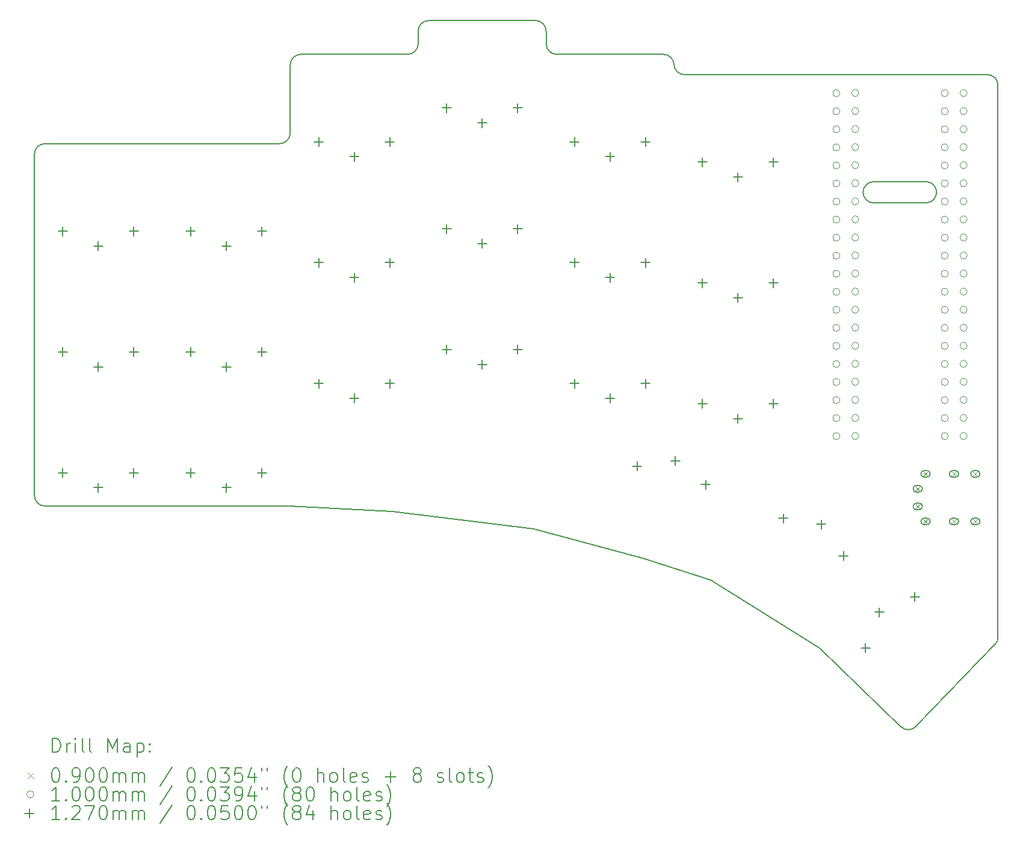
<source format=gbr>
%TF.GenerationSoftware,KiCad,Pcbnew,7.0.5*%
%TF.CreationDate,2023-06-08T16:22:04-03:00*%
%TF.ProjectId,2kalypcb_microcontroller_trrs,326b616c-7970-4636-925f-6d6963726f63,v1.0.0*%
%TF.SameCoordinates,Original*%
%TF.FileFunction,Drillmap*%
%TF.FilePolarity,Positive*%
%FSLAX45Y45*%
G04 Gerber Fmt 4.5, Leading zero omitted, Abs format (unit mm)*
G04 Created by KiCad (PCBNEW 7.0.5) date 2023-06-08 16:22:04*
%MOMM*%
%LPD*%
G01*
G04 APERTURE LIST*
%ADD10C,0.150000*%
%ADD11C,0.200000*%
%ADD12C,0.090000*%
%ADD13C,0.100000*%
%ADD14C,0.127000*%
G04 APERTURE END LIST*
D10*
X8350000Y-1324000D02*
X6850000Y-1324000D01*
X10818157Y-9199189D02*
X12346190Y-10154010D01*
X6850000Y-1324000D02*
G75*
G03*
X6700000Y-1474000I0J-150000D01*
G01*
X4749935Y-3056935D02*
G75*
G03*
X4899935Y-2906935I-5J150005D01*
G01*
X1451000Y-8157000D02*
X4879364Y-8157000D01*
X10299065Y-1935935D02*
G75*
G03*
X10449065Y-2085935I150005J5D01*
G01*
X10299065Y-1935935D02*
G75*
G03*
X10150000Y-1800273I-149065J-14065D01*
G01*
X6549935Y-1799935D02*
X5050000Y-1800000D01*
X13843937Y-3891000D02*
X13109990Y-3891000D01*
X14857102Y-9986000D02*
X14858000Y-9986000D01*
X13843937Y-3890997D02*
G75*
G03*
X13993937Y-3741000I-7J150007D01*
G01*
X13110000Y-3591000D02*
G75*
G03*
X12960000Y-3741000I10J-150010D01*
G01*
X8328955Y-8478018D02*
X9866947Y-8890122D01*
X14858000Y-9986000D02*
X14858000Y-2236000D01*
X4899935Y-2906935D02*
X4900000Y-1950000D01*
X12959990Y-3741000D02*
G75*
G03*
X13109990Y-3891000I150010J10D01*
G01*
X9866947Y-8890122D02*
X10818157Y-9199189D01*
X13492301Y-11260795D02*
G75*
G03*
X13704400Y-11257093I104199J107895D01*
G01*
X8650065Y-1799935D02*
X10150000Y-1800273D01*
X6336358Y-8233358D02*
X8328955Y-8478018D01*
X14815856Y-10106152D02*
G75*
G03*
X14857102Y-9986000I-107916J104202D01*
G01*
X5050000Y-1800000D02*
G75*
G03*
X4900000Y-1950000I5J-150005D01*
G01*
X13110000Y-3591000D02*
X13843947Y-3591000D01*
X14708000Y-2086000D02*
X10449065Y-2085935D01*
X4749935Y-3056935D02*
X1450000Y-3057000D01*
X8500065Y-1649935D02*
G75*
G03*
X8650065Y-1799935I150005J5D01*
G01*
X13704400Y-11257093D02*
X14815854Y-10106150D01*
X1301000Y-8007000D02*
G75*
G03*
X1451000Y-8157000I150005J5D01*
G01*
X8500000Y-1474000D02*
X8500065Y-1649935D01*
X8500000Y-1474000D02*
G75*
G03*
X8350000Y-1324000I-150000J0D01*
G01*
X1301000Y-8007000D02*
X1300000Y-3207000D01*
X14858000Y-2236000D02*
G75*
G03*
X14708000Y-2086000I-150010J-10D01*
G01*
X1450000Y-3057000D02*
G75*
G03*
X1300000Y-3207000I5J-150005D01*
G01*
X13993950Y-3741000D02*
G75*
G03*
X13843947Y-3591000I-150010J-10D01*
G01*
X12346190Y-10154010D02*
X13492301Y-11260796D01*
X6549935Y-1799935D02*
G75*
G03*
X6699935Y-1649935I-5J150005D01*
G01*
X6700000Y-1474000D02*
X6699935Y-1649935D01*
X4879364Y-8157000D02*
X6336358Y-8233358D01*
D11*
D12*
X13684000Y-7867000D02*
X13774000Y-7957000D01*
X13774000Y-7867000D02*
X13684000Y-7957000D01*
D11*
X13749000Y-7867000D02*
X13709000Y-7867000D01*
X13709000Y-7867000D02*
G75*
G03*
X13709000Y-7957000I0J-45000D01*
G01*
X13709000Y-7957000D02*
X13749000Y-7957000D01*
X13749000Y-7957000D02*
G75*
G03*
X13749000Y-7867000I0J45000D01*
G01*
D12*
X13684000Y-8117000D02*
X13774000Y-8207000D01*
X13774000Y-8117000D02*
X13684000Y-8207000D01*
D11*
X13749000Y-8117000D02*
X13709000Y-8117000D01*
X13709000Y-8117000D02*
G75*
G03*
X13709000Y-8207000I0J-45000D01*
G01*
X13709000Y-8207000D02*
X13749000Y-8207000D01*
X13749000Y-8207000D02*
G75*
G03*
X13749000Y-8117000I0J45000D01*
G01*
D12*
X13794000Y-7657000D02*
X13884000Y-7747000D01*
X13884000Y-7657000D02*
X13794000Y-7747000D01*
D11*
X13859000Y-7657000D02*
X13819000Y-7657000D01*
X13819000Y-7657000D02*
G75*
G03*
X13819000Y-7747000I0J-45000D01*
G01*
X13819000Y-7747000D02*
X13859000Y-7747000D01*
X13859000Y-7747000D02*
G75*
G03*
X13859000Y-7657000I0J45000D01*
G01*
D12*
X13794000Y-8327000D02*
X13884000Y-8417000D01*
X13884000Y-8327000D02*
X13794000Y-8417000D01*
D11*
X13859000Y-8327000D02*
X13819000Y-8327000D01*
X13819000Y-8327000D02*
G75*
G03*
X13819000Y-8417000I0J-45000D01*
G01*
X13819000Y-8417000D02*
X13859000Y-8417000D01*
X13859000Y-8417000D02*
G75*
G03*
X13859000Y-8327000I0J45000D01*
G01*
D12*
X14194000Y-7657000D02*
X14284000Y-7747000D01*
X14284000Y-7657000D02*
X14194000Y-7747000D01*
D11*
X14259000Y-7657000D02*
X14219000Y-7657000D01*
X14219000Y-7657000D02*
G75*
G03*
X14219000Y-7747000I0J-45000D01*
G01*
X14219000Y-7747000D02*
X14259000Y-7747000D01*
X14259000Y-7747000D02*
G75*
G03*
X14259000Y-7657000I0J45000D01*
G01*
D12*
X14194000Y-8327000D02*
X14284000Y-8417000D01*
X14284000Y-8327000D02*
X14194000Y-8417000D01*
D11*
X14259000Y-8327000D02*
X14219000Y-8327000D01*
X14219000Y-8327000D02*
G75*
G03*
X14219000Y-8417000I0J-45000D01*
G01*
X14219000Y-8417000D02*
X14259000Y-8417000D01*
X14259000Y-8417000D02*
G75*
G03*
X14259000Y-8327000I0J45000D01*
G01*
D12*
X14494000Y-7657000D02*
X14584000Y-7747000D01*
X14584000Y-7657000D02*
X14494000Y-7747000D01*
D11*
X14559000Y-7657000D02*
X14519000Y-7657000D01*
X14519000Y-7657000D02*
G75*
G03*
X14519000Y-7747000I0J-45000D01*
G01*
X14519000Y-7747000D02*
X14559000Y-7747000D01*
X14559000Y-7747000D02*
G75*
G03*
X14559000Y-7657000I0J45000D01*
G01*
D12*
X14494000Y-8327000D02*
X14584000Y-8417000D01*
X14584000Y-8327000D02*
X14494000Y-8417000D01*
D11*
X14559000Y-8327000D02*
X14519000Y-8327000D01*
X14519000Y-8327000D02*
G75*
G03*
X14519000Y-8417000I0J-45000D01*
G01*
X14519000Y-8417000D02*
X14559000Y-8417000D01*
X14559000Y-8417000D02*
G75*
G03*
X14559000Y-8327000I0J45000D01*
G01*
D13*
X12634000Y-2346000D02*
G75*
G03*
X12634000Y-2346000I-50000J0D01*
G01*
X12634000Y-2600000D02*
G75*
G03*
X12634000Y-2600000I-50000J0D01*
G01*
X12634000Y-2854000D02*
G75*
G03*
X12634000Y-2854000I-50000J0D01*
G01*
X12634000Y-3108000D02*
G75*
G03*
X12634000Y-3108000I-50000J0D01*
G01*
X12634000Y-3362000D02*
G75*
G03*
X12634000Y-3362000I-50000J0D01*
G01*
X12634000Y-3616000D02*
G75*
G03*
X12634000Y-3616000I-50000J0D01*
G01*
X12634000Y-3870000D02*
G75*
G03*
X12634000Y-3870000I-50000J0D01*
G01*
X12634000Y-4124000D02*
G75*
G03*
X12634000Y-4124000I-50000J0D01*
G01*
X12634000Y-4378000D02*
G75*
G03*
X12634000Y-4378000I-50000J0D01*
G01*
X12634000Y-4632000D02*
G75*
G03*
X12634000Y-4632000I-50000J0D01*
G01*
X12634000Y-4886000D02*
G75*
G03*
X12634000Y-4886000I-50000J0D01*
G01*
X12634000Y-5140000D02*
G75*
G03*
X12634000Y-5140000I-50000J0D01*
G01*
X12634000Y-5394000D02*
G75*
G03*
X12634000Y-5394000I-50000J0D01*
G01*
X12634000Y-5648000D02*
G75*
G03*
X12634000Y-5648000I-50000J0D01*
G01*
X12634000Y-5902000D02*
G75*
G03*
X12634000Y-5902000I-50000J0D01*
G01*
X12634000Y-6156000D02*
G75*
G03*
X12634000Y-6156000I-50000J0D01*
G01*
X12634000Y-6410000D02*
G75*
G03*
X12634000Y-6410000I-50000J0D01*
G01*
X12634000Y-6664000D02*
G75*
G03*
X12634000Y-6664000I-50000J0D01*
G01*
X12634000Y-6918000D02*
G75*
G03*
X12634000Y-6918000I-50000J0D01*
G01*
X12634000Y-7172000D02*
G75*
G03*
X12634000Y-7172000I-50000J0D01*
G01*
X12900000Y-2344000D02*
G75*
G03*
X12900000Y-2344000I-50000J0D01*
G01*
X12900000Y-2598000D02*
G75*
G03*
X12900000Y-2598000I-50000J0D01*
G01*
X12900000Y-2852000D02*
G75*
G03*
X12900000Y-2852000I-50000J0D01*
G01*
X12900000Y-3106000D02*
G75*
G03*
X12900000Y-3106000I-50000J0D01*
G01*
X12900000Y-3360000D02*
G75*
G03*
X12900000Y-3360000I-50000J0D01*
G01*
X12900000Y-3614000D02*
G75*
G03*
X12900000Y-3614000I-50000J0D01*
G01*
X12900000Y-3868000D02*
G75*
G03*
X12900000Y-3868000I-50000J0D01*
G01*
X12900000Y-4122000D02*
G75*
G03*
X12900000Y-4122000I-50000J0D01*
G01*
X12900000Y-4376000D02*
G75*
G03*
X12900000Y-4376000I-50000J0D01*
G01*
X12900000Y-4630000D02*
G75*
G03*
X12900000Y-4630000I-50000J0D01*
G01*
X12900000Y-4884000D02*
G75*
G03*
X12900000Y-4884000I-50000J0D01*
G01*
X12900000Y-5138000D02*
G75*
G03*
X12900000Y-5138000I-50000J0D01*
G01*
X12900000Y-5392000D02*
G75*
G03*
X12900000Y-5392000I-50000J0D01*
G01*
X12900000Y-5646000D02*
G75*
G03*
X12900000Y-5646000I-50000J0D01*
G01*
X12900000Y-5900000D02*
G75*
G03*
X12900000Y-5900000I-50000J0D01*
G01*
X12900000Y-6154000D02*
G75*
G03*
X12900000Y-6154000I-50000J0D01*
G01*
X12900000Y-6408000D02*
G75*
G03*
X12900000Y-6408000I-50000J0D01*
G01*
X12900000Y-6662000D02*
G75*
G03*
X12900000Y-6662000I-50000J0D01*
G01*
X12900000Y-6916000D02*
G75*
G03*
X12900000Y-6916000I-50000J0D01*
G01*
X12900000Y-7170000D02*
G75*
G03*
X12900000Y-7170000I-50000J0D01*
G01*
X14158000Y-2346000D02*
G75*
G03*
X14158000Y-2346000I-50000J0D01*
G01*
X14158000Y-2600000D02*
G75*
G03*
X14158000Y-2600000I-50000J0D01*
G01*
X14158000Y-2854000D02*
G75*
G03*
X14158000Y-2854000I-50000J0D01*
G01*
X14158000Y-3108000D02*
G75*
G03*
X14158000Y-3108000I-50000J0D01*
G01*
X14158000Y-3362000D02*
G75*
G03*
X14158000Y-3362000I-50000J0D01*
G01*
X14158000Y-3616000D02*
G75*
G03*
X14158000Y-3616000I-50000J0D01*
G01*
X14158000Y-3870000D02*
G75*
G03*
X14158000Y-3870000I-50000J0D01*
G01*
X14158000Y-4124000D02*
G75*
G03*
X14158000Y-4124000I-50000J0D01*
G01*
X14158000Y-4378000D02*
G75*
G03*
X14158000Y-4378000I-50000J0D01*
G01*
X14158000Y-4632000D02*
G75*
G03*
X14158000Y-4632000I-50000J0D01*
G01*
X14158000Y-4886000D02*
G75*
G03*
X14158000Y-4886000I-50000J0D01*
G01*
X14158000Y-5140000D02*
G75*
G03*
X14158000Y-5140000I-50000J0D01*
G01*
X14158000Y-5394000D02*
G75*
G03*
X14158000Y-5394000I-50000J0D01*
G01*
X14158000Y-5648000D02*
G75*
G03*
X14158000Y-5648000I-50000J0D01*
G01*
X14158000Y-5902000D02*
G75*
G03*
X14158000Y-5902000I-50000J0D01*
G01*
X14158000Y-6156000D02*
G75*
G03*
X14158000Y-6156000I-50000J0D01*
G01*
X14158000Y-6410000D02*
G75*
G03*
X14158000Y-6410000I-50000J0D01*
G01*
X14158000Y-6664000D02*
G75*
G03*
X14158000Y-6664000I-50000J0D01*
G01*
X14158000Y-6918000D02*
G75*
G03*
X14158000Y-6918000I-50000J0D01*
G01*
X14158000Y-7172000D02*
G75*
G03*
X14158000Y-7172000I-50000J0D01*
G01*
X14424000Y-2344000D02*
G75*
G03*
X14424000Y-2344000I-50000J0D01*
G01*
X14424000Y-2598000D02*
G75*
G03*
X14424000Y-2598000I-50000J0D01*
G01*
X14424000Y-2852000D02*
G75*
G03*
X14424000Y-2852000I-50000J0D01*
G01*
X14424000Y-3106000D02*
G75*
G03*
X14424000Y-3106000I-50000J0D01*
G01*
X14424000Y-3360000D02*
G75*
G03*
X14424000Y-3360000I-50000J0D01*
G01*
X14424000Y-3614000D02*
G75*
G03*
X14424000Y-3614000I-50000J0D01*
G01*
X14424000Y-3868000D02*
G75*
G03*
X14424000Y-3868000I-50000J0D01*
G01*
X14424000Y-4122000D02*
G75*
G03*
X14424000Y-4122000I-50000J0D01*
G01*
X14424000Y-4376000D02*
G75*
G03*
X14424000Y-4376000I-50000J0D01*
G01*
X14424000Y-4630000D02*
G75*
G03*
X14424000Y-4630000I-50000J0D01*
G01*
X14424000Y-4884000D02*
G75*
G03*
X14424000Y-4884000I-50000J0D01*
G01*
X14424000Y-5138000D02*
G75*
G03*
X14424000Y-5138000I-50000J0D01*
G01*
X14424000Y-5392000D02*
G75*
G03*
X14424000Y-5392000I-50000J0D01*
G01*
X14424000Y-5646000D02*
G75*
G03*
X14424000Y-5646000I-50000J0D01*
G01*
X14424000Y-5900000D02*
G75*
G03*
X14424000Y-5900000I-50000J0D01*
G01*
X14424000Y-6154000D02*
G75*
G03*
X14424000Y-6154000I-50000J0D01*
G01*
X14424000Y-6408000D02*
G75*
G03*
X14424000Y-6408000I-50000J0D01*
G01*
X14424000Y-6662000D02*
G75*
G03*
X14424000Y-6662000I-50000J0D01*
G01*
X14424000Y-6916000D02*
G75*
G03*
X14424000Y-6916000I-50000J0D01*
G01*
X14424000Y-7170000D02*
G75*
G03*
X14424000Y-7170000I-50000J0D01*
G01*
D14*
X1700000Y-4223500D02*
X1700000Y-4350500D01*
X1636500Y-4287000D02*
X1763500Y-4287000D01*
X1700000Y-5923500D02*
X1700000Y-6050500D01*
X1636500Y-5987000D02*
X1763500Y-5987000D01*
X1700000Y-7623500D02*
X1700000Y-7750500D01*
X1636500Y-7687000D02*
X1763500Y-7687000D01*
X2200000Y-4433500D02*
X2200000Y-4560500D01*
X2136500Y-4497000D02*
X2263500Y-4497000D01*
X2200000Y-4433500D02*
X2200000Y-4560500D01*
X2136500Y-4497000D02*
X2263500Y-4497000D01*
X2200000Y-6133500D02*
X2200000Y-6260500D01*
X2136500Y-6197000D02*
X2263500Y-6197000D01*
X2200000Y-6133500D02*
X2200000Y-6260500D01*
X2136500Y-6197000D02*
X2263500Y-6197000D01*
X2200000Y-7833500D02*
X2200000Y-7960500D01*
X2136500Y-7897000D02*
X2263500Y-7897000D01*
X2200000Y-7833500D02*
X2200000Y-7960500D01*
X2136500Y-7897000D02*
X2263500Y-7897000D01*
X2700000Y-4223500D02*
X2700000Y-4350500D01*
X2636500Y-4287000D02*
X2763500Y-4287000D01*
X2700000Y-5923500D02*
X2700000Y-6050500D01*
X2636500Y-5987000D02*
X2763500Y-5987000D01*
X2700000Y-7623500D02*
X2700000Y-7750500D01*
X2636500Y-7687000D02*
X2763500Y-7687000D01*
X3500000Y-4223500D02*
X3500000Y-4350500D01*
X3436500Y-4287000D02*
X3563500Y-4287000D01*
X3500000Y-5923500D02*
X3500000Y-6050500D01*
X3436500Y-5987000D02*
X3563500Y-5987000D01*
X3500000Y-7623500D02*
X3500000Y-7750500D01*
X3436500Y-7687000D02*
X3563500Y-7687000D01*
X4000000Y-4433500D02*
X4000000Y-4560500D01*
X3936500Y-4497000D02*
X4063500Y-4497000D01*
X4000000Y-4433500D02*
X4000000Y-4560500D01*
X3936500Y-4497000D02*
X4063500Y-4497000D01*
X4000000Y-6133500D02*
X4000000Y-6260500D01*
X3936500Y-6197000D02*
X4063500Y-6197000D01*
X4000000Y-6133500D02*
X4000000Y-6260500D01*
X3936500Y-6197000D02*
X4063500Y-6197000D01*
X4000000Y-7833500D02*
X4000000Y-7960500D01*
X3936500Y-7897000D02*
X4063500Y-7897000D01*
X4000000Y-7833500D02*
X4000000Y-7960500D01*
X3936500Y-7897000D02*
X4063500Y-7897000D01*
X4500000Y-4223500D02*
X4500000Y-4350500D01*
X4436500Y-4287000D02*
X4563500Y-4287000D01*
X4500000Y-5923500D02*
X4500000Y-6050500D01*
X4436500Y-5987000D02*
X4563500Y-5987000D01*
X4500000Y-7623500D02*
X4500000Y-7750500D01*
X4436500Y-7687000D02*
X4563500Y-7687000D01*
X5300000Y-2966500D02*
X5300000Y-3093500D01*
X5236500Y-3030000D02*
X5363500Y-3030000D01*
X5300000Y-4666500D02*
X5300000Y-4793500D01*
X5236500Y-4730000D02*
X5363500Y-4730000D01*
X5300000Y-6366500D02*
X5300000Y-6493500D01*
X5236500Y-6430000D02*
X5363500Y-6430000D01*
X5800000Y-3176500D02*
X5800000Y-3303500D01*
X5736500Y-3240000D02*
X5863500Y-3240000D01*
X5800000Y-3176500D02*
X5800000Y-3303500D01*
X5736500Y-3240000D02*
X5863500Y-3240000D01*
X5800000Y-4876500D02*
X5800000Y-5003500D01*
X5736500Y-4940000D02*
X5863500Y-4940000D01*
X5800000Y-4876500D02*
X5800000Y-5003500D01*
X5736500Y-4940000D02*
X5863500Y-4940000D01*
X5800000Y-6576500D02*
X5800000Y-6703500D01*
X5736500Y-6640000D02*
X5863500Y-6640000D01*
X5800000Y-6576500D02*
X5800000Y-6703500D01*
X5736500Y-6640000D02*
X5863500Y-6640000D01*
X6300000Y-2966500D02*
X6300000Y-3093500D01*
X6236500Y-3030000D02*
X6363500Y-3030000D01*
X6300000Y-4666500D02*
X6300000Y-4793500D01*
X6236500Y-4730000D02*
X6363500Y-4730000D01*
X6300000Y-6366500D02*
X6300000Y-6493500D01*
X6236500Y-6430000D02*
X6363500Y-6430000D01*
X7100000Y-2490500D02*
X7100000Y-2617500D01*
X7036500Y-2554000D02*
X7163500Y-2554000D01*
X7100000Y-4190500D02*
X7100000Y-4317500D01*
X7036500Y-4254000D02*
X7163500Y-4254000D01*
X7100000Y-5890500D02*
X7100000Y-6017500D01*
X7036500Y-5954000D02*
X7163500Y-5954000D01*
X7600000Y-2700500D02*
X7600000Y-2827500D01*
X7536500Y-2764000D02*
X7663500Y-2764000D01*
X7600000Y-2700500D02*
X7600000Y-2827500D01*
X7536500Y-2764000D02*
X7663500Y-2764000D01*
X7600000Y-4400500D02*
X7600000Y-4527500D01*
X7536500Y-4464000D02*
X7663500Y-4464000D01*
X7600000Y-4400500D02*
X7600000Y-4527500D01*
X7536500Y-4464000D02*
X7663500Y-4464000D01*
X7600000Y-6100500D02*
X7600000Y-6227500D01*
X7536500Y-6164000D02*
X7663500Y-6164000D01*
X7600000Y-6100500D02*
X7600000Y-6227500D01*
X7536500Y-6164000D02*
X7663500Y-6164000D01*
X8100000Y-2490500D02*
X8100000Y-2617500D01*
X8036500Y-2554000D02*
X8163500Y-2554000D01*
X8100000Y-4190500D02*
X8100000Y-4317500D01*
X8036500Y-4254000D02*
X8163500Y-4254000D01*
X8100000Y-5890500D02*
X8100000Y-6017500D01*
X8036500Y-5954000D02*
X8163500Y-5954000D01*
X8900000Y-2966500D02*
X8900000Y-3093500D01*
X8836500Y-3030000D02*
X8963500Y-3030000D01*
X8900000Y-4666500D02*
X8900000Y-4793500D01*
X8836500Y-4730000D02*
X8963500Y-4730000D01*
X8900000Y-6366500D02*
X8900000Y-6493500D01*
X8836500Y-6430000D02*
X8963500Y-6430000D01*
X9400000Y-3176500D02*
X9400000Y-3303500D01*
X9336500Y-3240000D02*
X9463500Y-3240000D01*
X9400000Y-3176500D02*
X9400000Y-3303500D01*
X9336500Y-3240000D02*
X9463500Y-3240000D01*
X9400000Y-4876500D02*
X9400000Y-5003500D01*
X9336500Y-4940000D02*
X9463500Y-4940000D01*
X9400000Y-4876500D02*
X9400000Y-5003500D01*
X9336500Y-4940000D02*
X9463500Y-4940000D01*
X9400000Y-6576500D02*
X9400000Y-6703500D01*
X9336500Y-6640000D02*
X9463500Y-6640000D01*
X9400000Y-6576500D02*
X9400000Y-6703500D01*
X9336500Y-6640000D02*
X9463500Y-6640000D01*
X9780388Y-7530039D02*
X9780388Y-7657039D01*
X9716888Y-7593539D02*
X9843888Y-7593539D01*
X9900000Y-2966500D02*
X9900000Y-3093500D01*
X9836500Y-3030000D02*
X9963500Y-3030000D01*
X9900000Y-4666500D02*
X9900000Y-4793500D01*
X9836500Y-4730000D02*
X9963500Y-4730000D01*
X9900000Y-6366500D02*
X9900000Y-6493500D01*
X9836500Y-6430000D02*
X9963500Y-6430000D01*
X10317703Y-7456604D02*
X10317703Y-7583604D01*
X10254203Y-7520104D02*
X10381203Y-7520104D01*
X10317703Y-7456604D02*
X10317703Y-7583604D01*
X10254203Y-7520104D02*
X10381203Y-7520104D01*
X10700000Y-3252500D02*
X10700000Y-3379500D01*
X10636500Y-3316000D02*
X10763500Y-3316000D01*
X10700000Y-4952500D02*
X10700000Y-5079500D01*
X10636500Y-5016000D02*
X10763500Y-5016000D01*
X10700000Y-6652500D02*
X10700000Y-6779500D01*
X10636500Y-6716000D02*
X10763500Y-6716000D01*
X10746314Y-7788858D02*
X10746314Y-7915858D01*
X10682814Y-7852358D02*
X10809814Y-7852358D01*
X11200000Y-3462500D02*
X11200000Y-3589500D01*
X11136500Y-3526000D02*
X11263500Y-3526000D01*
X11200000Y-3462500D02*
X11200000Y-3589500D01*
X11136500Y-3526000D02*
X11263500Y-3526000D01*
X11200000Y-5162500D02*
X11200000Y-5289500D01*
X11136500Y-5226000D02*
X11263500Y-5226000D01*
X11200000Y-5162500D02*
X11200000Y-5289500D01*
X11136500Y-5226000D02*
X11263500Y-5226000D01*
X11200000Y-6862500D02*
X11200000Y-6989500D01*
X11136500Y-6926000D02*
X11263500Y-6926000D01*
X11200000Y-6862500D02*
X11200000Y-6989500D01*
X11136500Y-6926000D02*
X11263500Y-6926000D01*
X11700000Y-3252500D02*
X11700000Y-3379500D01*
X11636500Y-3316000D02*
X11763500Y-3316000D01*
X11700000Y-4952500D02*
X11700000Y-5079500D01*
X11636500Y-5016000D02*
X11763500Y-5016000D01*
X11700000Y-6652500D02*
X11700000Y-6779500D01*
X11636500Y-6716000D02*
X11763500Y-6716000D01*
X11837618Y-8263370D02*
X11837618Y-8390370D01*
X11774118Y-8326870D02*
X11901118Y-8326870D01*
X12372925Y-8350240D02*
X12372925Y-8477240D01*
X12309425Y-8413740D02*
X12436425Y-8413740D01*
X12372925Y-8350240D02*
X12372925Y-8477240D01*
X12309425Y-8413740D02*
X12436425Y-8413740D01*
X12685666Y-8793289D02*
X12685666Y-8920289D01*
X12622166Y-8856789D02*
X12749166Y-8856789D01*
X12992043Y-10088629D02*
X12992043Y-10215629D01*
X12928543Y-10152129D02*
X13055543Y-10152129D01*
X13188311Y-9583081D02*
X13188311Y-9710081D01*
X13124811Y-9646581D02*
X13251811Y-9646581D01*
X13188311Y-9583081D02*
X13188311Y-9710081D01*
X13124811Y-9646581D02*
X13251811Y-9646581D01*
X13686701Y-9369289D02*
X13686701Y-9496289D01*
X13623201Y-9432789D02*
X13750201Y-9432789D01*
D11*
X1553277Y-11621879D02*
X1553277Y-11421879D01*
X1553277Y-11421879D02*
X1600896Y-11421879D01*
X1600896Y-11421879D02*
X1629467Y-11431403D01*
X1629467Y-11431403D02*
X1648515Y-11450451D01*
X1648515Y-11450451D02*
X1658039Y-11469498D01*
X1658039Y-11469498D02*
X1667562Y-11507594D01*
X1667562Y-11507594D02*
X1667562Y-11536165D01*
X1667562Y-11536165D02*
X1658039Y-11574260D01*
X1658039Y-11574260D02*
X1648515Y-11593308D01*
X1648515Y-11593308D02*
X1629467Y-11612356D01*
X1629467Y-11612356D02*
X1600896Y-11621879D01*
X1600896Y-11621879D02*
X1553277Y-11621879D01*
X1753277Y-11621879D02*
X1753277Y-11488546D01*
X1753277Y-11526641D02*
X1762801Y-11507594D01*
X1762801Y-11507594D02*
X1772324Y-11498070D01*
X1772324Y-11498070D02*
X1791372Y-11488546D01*
X1791372Y-11488546D02*
X1810420Y-11488546D01*
X1877086Y-11621879D02*
X1877086Y-11488546D01*
X1877086Y-11421879D02*
X1867562Y-11431403D01*
X1867562Y-11431403D02*
X1877086Y-11440927D01*
X1877086Y-11440927D02*
X1886610Y-11431403D01*
X1886610Y-11431403D02*
X1877086Y-11421879D01*
X1877086Y-11421879D02*
X1877086Y-11440927D01*
X2000896Y-11621879D02*
X1981848Y-11612356D01*
X1981848Y-11612356D02*
X1972324Y-11593308D01*
X1972324Y-11593308D02*
X1972324Y-11421879D01*
X2105658Y-11621879D02*
X2086610Y-11612356D01*
X2086610Y-11612356D02*
X2077086Y-11593308D01*
X2077086Y-11593308D02*
X2077086Y-11421879D01*
X2334229Y-11621879D02*
X2334229Y-11421879D01*
X2334229Y-11421879D02*
X2400896Y-11564737D01*
X2400896Y-11564737D02*
X2467563Y-11421879D01*
X2467563Y-11421879D02*
X2467563Y-11621879D01*
X2648515Y-11621879D02*
X2648515Y-11517118D01*
X2648515Y-11517118D02*
X2638991Y-11498070D01*
X2638991Y-11498070D02*
X2619944Y-11488546D01*
X2619944Y-11488546D02*
X2581848Y-11488546D01*
X2581848Y-11488546D02*
X2562801Y-11498070D01*
X2648515Y-11612356D02*
X2629467Y-11621879D01*
X2629467Y-11621879D02*
X2581848Y-11621879D01*
X2581848Y-11621879D02*
X2562801Y-11612356D01*
X2562801Y-11612356D02*
X2553277Y-11593308D01*
X2553277Y-11593308D02*
X2553277Y-11574260D01*
X2553277Y-11574260D02*
X2562801Y-11555213D01*
X2562801Y-11555213D02*
X2581848Y-11545689D01*
X2581848Y-11545689D02*
X2629467Y-11545689D01*
X2629467Y-11545689D02*
X2648515Y-11536165D01*
X2743753Y-11488546D02*
X2743753Y-11688546D01*
X2743753Y-11498070D02*
X2762801Y-11488546D01*
X2762801Y-11488546D02*
X2800896Y-11488546D01*
X2800896Y-11488546D02*
X2819943Y-11498070D01*
X2819943Y-11498070D02*
X2829467Y-11507594D01*
X2829467Y-11507594D02*
X2838991Y-11526641D01*
X2838991Y-11526641D02*
X2838991Y-11583784D01*
X2838991Y-11583784D02*
X2829467Y-11602832D01*
X2829467Y-11602832D02*
X2819943Y-11612356D01*
X2819943Y-11612356D02*
X2800896Y-11621879D01*
X2800896Y-11621879D02*
X2762801Y-11621879D01*
X2762801Y-11621879D02*
X2743753Y-11612356D01*
X2924705Y-11602832D02*
X2934229Y-11612356D01*
X2934229Y-11612356D02*
X2924705Y-11621879D01*
X2924705Y-11621879D02*
X2915182Y-11612356D01*
X2915182Y-11612356D02*
X2924705Y-11602832D01*
X2924705Y-11602832D02*
X2924705Y-11621879D01*
X2924705Y-11498070D02*
X2934229Y-11507594D01*
X2934229Y-11507594D02*
X2924705Y-11517118D01*
X2924705Y-11517118D02*
X2915182Y-11507594D01*
X2915182Y-11507594D02*
X2924705Y-11498070D01*
X2924705Y-11498070D02*
X2924705Y-11517118D01*
D12*
X1202500Y-11905396D02*
X1292500Y-11995396D01*
X1292500Y-11905396D02*
X1202500Y-11995396D01*
D11*
X1591372Y-11841879D02*
X1610420Y-11841879D01*
X1610420Y-11841879D02*
X1629467Y-11851403D01*
X1629467Y-11851403D02*
X1638991Y-11860927D01*
X1638991Y-11860927D02*
X1648515Y-11879975D01*
X1648515Y-11879975D02*
X1658039Y-11918070D01*
X1658039Y-11918070D02*
X1658039Y-11965689D01*
X1658039Y-11965689D02*
X1648515Y-12003784D01*
X1648515Y-12003784D02*
X1638991Y-12022832D01*
X1638991Y-12022832D02*
X1629467Y-12032356D01*
X1629467Y-12032356D02*
X1610420Y-12041879D01*
X1610420Y-12041879D02*
X1591372Y-12041879D01*
X1591372Y-12041879D02*
X1572324Y-12032356D01*
X1572324Y-12032356D02*
X1562801Y-12022832D01*
X1562801Y-12022832D02*
X1553277Y-12003784D01*
X1553277Y-12003784D02*
X1543753Y-11965689D01*
X1543753Y-11965689D02*
X1543753Y-11918070D01*
X1543753Y-11918070D02*
X1553277Y-11879975D01*
X1553277Y-11879975D02*
X1562801Y-11860927D01*
X1562801Y-11860927D02*
X1572324Y-11851403D01*
X1572324Y-11851403D02*
X1591372Y-11841879D01*
X1743753Y-12022832D02*
X1753277Y-12032356D01*
X1753277Y-12032356D02*
X1743753Y-12041879D01*
X1743753Y-12041879D02*
X1734229Y-12032356D01*
X1734229Y-12032356D02*
X1743753Y-12022832D01*
X1743753Y-12022832D02*
X1743753Y-12041879D01*
X1848515Y-12041879D02*
X1886610Y-12041879D01*
X1886610Y-12041879D02*
X1905658Y-12032356D01*
X1905658Y-12032356D02*
X1915182Y-12022832D01*
X1915182Y-12022832D02*
X1934229Y-11994260D01*
X1934229Y-11994260D02*
X1943753Y-11956165D01*
X1943753Y-11956165D02*
X1943753Y-11879975D01*
X1943753Y-11879975D02*
X1934229Y-11860927D01*
X1934229Y-11860927D02*
X1924705Y-11851403D01*
X1924705Y-11851403D02*
X1905658Y-11841879D01*
X1905658Y-11841879D02*
X1867562Y-11841879D01*
X1867562Y-11841879D02*
X1848515Y-11851403D01*
X1848515Y-11851403D02*
X1838991Y-11860927D01*
X1838991Y-11860927D02*
X1829467Y-11879975D01*
X1829467Y-11879975D02*
X1829467Y-11927594D01*
X1829467Y-11927594D02*
X1838991Y-11946641D01*
X1838991Y-11946641D02*
X1848515Y-11956165D01*
X1848515Y-11956165D02*
X1867562Y-11965689D01*
X1867562Y-11965689D02*
X1905658Y-11965689D01*
X1905658Y-11965689D02*
X1924705Y-11956165D01*
X1924705Y-11956165D02*
X1934229Y-11946641D01*
X1934229Y-11946641D02*
X1943753Y-11927594D01*
X2067562Y-11841879D02*
X2086610Y-11841879D01*
X2086610Y-11841879D02*
X2105658Y-11851403D01*
X2105658Y-11851403D02*
X2115182Y-11860927D01*
X2115182Y-11860927D02*
X2124705Y-11879975D01*
X2124705Y-11879975D02*
X2134229Y-11918070D01*
X2134229Y-11918070D02*
X2134229Y-11965689D01*
X2134229Y-11965689D02*
X2124705Y-12003784D01*
X2124705Y-12003784D02*
X2115182Y-12022832D01*
X2115182Y-12022832D02*
X2105658Y-12032356D01*
X2105658Y-12032356D02*
X2086610Y-12041879D01*
X2086610Y-12041879D02*
X2067562Y-12041879D01*
X2067562Y-12041879D02*
X2048515Y-12032356D01*
X2048515Y-12032356D02*
X2038991Y-12022832D01*
X2038991Y-12022832D02*
X2029467Y-12003784D01*
X2029467Y-12003784D02*
X2019943Y-11965689D01*
X2019943Y-11965689D02*
X2019943Y-11918070D01*
X2019943Y-11918070D02*
X2029467Y-11879975D01*
X2029467Y-11879975D02*
X2038991Y-11860927D01*
X2038991Y-11860927D02*
X2048515Y-11851403D01*
X2048515Y-11851403D02*
X2067562Y-11841879D01*
X2258039Y-11841879D02*
X2277086Y-11841879D01*
X2277086Y-11841879D02*
X2296134Y-11851403D01*
X2296134Y-11851403D02*
X2305658Y-11860927D01*
X2305658Y-11860927D02*
X2315182Y-11879975D01*
X2315182Y-11879975D02*
X2324705Y-11918070D01*
X2324705Y-11918070D02*
X2324705Y-11965689D01*
X2324705Y-11965689D02*
X2315182Y-12003784D01*
X2315182Y-12003784D02*
X2305658Y-12022832D01*
X2305658Y-12022832D02*
X2296134Y-12032356D01*
X2296134Y-12032356D02*
X2277086Y-12041879D01*
X2277086Y-12041879D02*
X2258039Y-12041879D01*
X2258039Y-12041879D02*
X2238991Y-12032356D01*
X2238991Y-12032356D02*
X2229467Y-12022832D01*
X2229467Y-12022832D02*
X2219944Y-12003784D01*
X2219944Y-12003784D02*
X2210420Y-11965689D01*
X2210420Y-11965689D02*
X2210420Y-11918070D01*
X2210420Y-11918070D02*
X2219944Y-11879975D01*
X2219944Y-11879975D02*
X2229467Y-11860927D01*
X2229467Y-11860927D02*
X2238991Y-11851403D01*
X2238991Y-11851403D02*
X2258039Y-11841879D01*
X2410420Y-12041879D02*
X2410420Y-11908546D01*
X2410420Y-11927594D02*
X2419944Y-11918070D01*
X2419944Y-11918070D02*
X2438991Y-11908546D01*
X2438991Y-11908546D02*
X2467563Y-11908546D01*
X2467563Y-11908546D02*
X2486610Y-11918070D01*
X2486610Y-11918070D02*
X2496134Y-11937118D01*
X2496134Y-11937118D02*
X2496134Y-12041879D01*
X2496134Y-11937118D02*
X2505658Y-11918070D01*
X2505658Y-11918070D02*
X2524705Y-11908546D01*
X2524705Y-11908546D02*
X2553277Y-11908546D01*
X2553277Y-11908546D02*
X2572325Y-11918070D01*
X2572325Y-11918070D02*
X2581848Y-11937118D01*
X2581848Y-11937118D02*
X2581848Y-12041879D01*
X2677086Y-12041879D02*
X2677086Y-11908546D01*
X2677086Y-11927594D02*
X2686610Y-11918070D01*
X2686610Y-11918070D02*
X2705658Y-11908546D01*
X2705658Y-11908546D02*
X2734229Y-11908546D01*
X2734229Y-11908546D02*
X2753277Y-11918070D01*
X2753277Y-11918070D02*
X2762801Y-11937118D01*
X2762801Y-11937118D02*
X2762801Y-12041879D01*
X2762801Y-11937118D02*
X2772325Y-11918070D01*
X2772325Y-11918070D02*
X2791372Y-11908546D01*
X2791372Y-11908546D02*
X2819943Y-11908546D01*
X2819943Y-11908546D02*
X2838991Y-11918070D01*
X2838991Y-11918070D02*
X2848515Y-11937118D01*
X2848515Y-11937118D02*
X2848515Y-12041879D01*
X3238991Y-11832356D02*
X3067563Y-12089498D01*
X3496134Y-11841879D02*
X3515182Y-11841879D01*
X3515182Y-11841879D02*
X3534229Y-11851403D01*
X3534229Y-11851403D02*
X3543753Y-11860927D01*
X3543753Y-11860927D02*
X3553277Y-11879975D01*
X3553277Y-11879975D02*
X3562801Y-11918070D01*
X3562801Y-11918070D02*
X3562801Y-11965689D01*
X3562801Y-11965689D02*
X3553277Y-12003784D01*
X3553277Y-12003784D02*
X3543753Y-12022832D01*
X3543753Y-12022832D02*
X3534229Y-12032356D01*
X3534229Y-12032356D02*
X3515182Y-12041879D01*
X3515182Y-12041879D02*
X3496134Y-12041879D01*
X3496134Y-12041879D02*
X3477086Y-12032356D01*
X3477086Y-12032356D02*
X3467563Y-12022832D01*
X3467563Y-12022832D02*
X3458039Y-12003784D01*
X3458039Y-12003784D02*
X3448515Y-11965689D01*
X3448515Y-11965689D02*
X3448515Y-11918070D01*
X3448515Y-11918070D02*
X3458039Y-11879975D01*
X3458039Y-11879975D02*
X3467563Y-11860927D01*
X3467563Y-11860927D02*
X3477086Y-11851403D01*
X3477086Y-11851403D02*
X3496134Y-11841879D01*
X3648515Y-12022832D02*
X3658039Y-12032356D01*
X3658039Y-12032356D02*
X3648515Y-12041879D01*
X3648515Y-12041879D02*
X3638991Y-12032356D01*
X3638991Y-12032356D02*
X3648515Y-12022832D01*
X3648515Y-12022832D02*
X3648515Y-12041879D01*
X3781848Y-11841879D02*
X3800896Y-11841879D01*
X3800896Y-11841879D02*
X3819944Y-11851403D01*
X3819944Y-11851403D02*
X3829467Y-11860927D01*
X3829467Y-11860927D02*
X3838991Y-11879975D01*
X3838991Y-11879975D02*
X3848515Y-11918070D01*
X3848515Y-11918070D02*
X3848515Y-11965689D01*
X3848515Y-11965689D02*
X3838991Y-12003784D01*
X3838991Y-12003784D02*
X3829467Y-12022832D01*
X3829467Y-12022832D02*
X3819944Y-12032356D01*
X3819944Y-12032356D02*
X3800896Y-12041879D01*
X3800896Y-12041879D02*
X3781848Y-12041879D01*
X3781848Y-12041879D02*
X3762801Y-12032356D01*
X3762801Y-12032356D02*
X3753277Y-12022832D01*
X3753277Y-12022832D02*
X3743753Y-12003784D01*
X3743753Y-12003784D02*
X3734229Y-11965689D01*
X3734229Y-11965689D02*
X3734229Y-11918070D01*
X3734229Y-11918070D02*
X3743753Y-11879975D01*
X3743753Y-11879975D02*
X3753277Y-11860927D01*
X3753277Y-11860927D02*
X3762801Y-11851403D01*
X3762801Y-11851403D02*
X3781848Y-11841879D01*
X3915182Y-11841879D02*
X4038991Y-11841879D01*
X4038991Y-11841879D02*
X3972325Y-11918070D01*
X3972325Y-11918070D02*
X4000896Y-11918070D01*
X4000896Y-11918070D02*
X4019944Y-11927594D01*
X4019944Y-11927594D02*
X4029467Y-11937118D01*
X4029467Y-11937118D02*
X4038991Y-11956165D01*
X4038991Y-11956165D02*
X4038991Y-12003784D01*
X4038991Y-12003784D02*
X4029467Y-12022832D01*
X4029467Y-12022832D02*
X4019944Y-12032356D01*
X4019944Y-12032356D02*
X4000896Y-12041879D01*
X4000896Y-12041879D02*
X3943753Y-12041879D01*
X3943753Y-12041879D02*
X3924706Y-12032356D01*
X3924706Y-12032356D02*
X3915182Y-12022832D01*
X4219944Y-11841879D02*
X4124706Y-11841879D01*
X4124706Y-11841879D02*
X4115182Y-11937118D01*
X4115182Y-11937118D02*
X4124706Y-11927594D01*
X4124706Y-11927594D02*
X4143753Y-11918070D01*
X4143753Y-11918070D02*
X4191372Y-11918070D01*
X4191372Y-11918070D02*
X4210420Y-11927594D01*
X4210420Y-11927594D02*
X4219944Y-11937118D01*
X4219944Y-11937118D02*
X4229468Y-11956165D01*
X4229468Y-11956165D02*
X4229468Y-12003784D01*
X4229468Y-12003784D02*
X4219944Y-12022832D01*
X4219944Y-12022832D02*
X4210420Y-12032356D01*
X4210420Y-12032356D02*
X4191372Y-12041879D01*
X4191372Y-12041879D02*
X4143753Y-12041879D01*
X4143753Y-12041879D02*
X4124706Y-12032356D01*
X4124706Y-12032356D02*
X4115182Y-12022832D01*
X4400896Y-11908546D02*
X4400896Y-12041879D01*
X4353277Y-11832356D02*
X4305658Y-11975213D01*
X4305658Y-11975213D02*
X4429468Y-11975213D01*
X4496134Y-11841879D02*
X4496134Y-11879975D01*
X4572325Y-11841879D02*
X4572325Y-11879975D01*
X4867563Y-12118070D02*
X4858039Y-12108546D01*
X4858039Y-12108546D02*
X4838991Y-12079975D01*
X4838991Y-12079975D02*
X4829468Y-12060927D01*
X4829468Y-12060927D02*
X4819944Y-12032356D01*
X4819944Y-12032356D02*
X4810420Y-11984737D01*
X4810420Y-11984737D02*
X4810420Y-11946641D01*
X4810420Y-11946641D02*
X4819944Y-11899022D01*
X4819944Y-11899022D02*
X4829468Y-11870451D01*
X4829468Y-11870451D02*
X4838991Y-11851403D01*
X4838991Y-11851403D02*
X4858039Y-11822832D01*
X4858039Y-11822832D02*
X4867563Y-11813308D01*
X4981849Y-11841879D02*
X5000896Y-11841879D01*
X5000896Y-11841879D02*
X5019944Y-11851403D01*
X5019944Y-11851403D02*
X5029468Y-11860927D01*
X5029468Y-11860927D02*
X5038991Y-11879975D01*
X5038991Y-11879975D02*
X5048515Y-11918070D01*
X5048515Y-11918070D02*
X5048515Y-11965689D01*
X5048515Y-11965689D02*
X5038991Y-12003784D01*
X5038991Y-12003784D02*
X5029468Y-12022832D01*
X5029468Y-12022832D02*
X5019944Y-12032356D01*
X5019944Y-12032356D02*
X5000896Y-12041879D01*
X5000896Y-12041879D02*
X4981849Y-12041879D01*
X4981849Y-12041879D02*
X4962801Y-12032356D01*
X4962801Y-12032356D02*
X4953277Y-12022832D01*
X4953277Y-12022832D02*
X4943753Y-12003784D01*
X4943753Y-12003784D02*
X4934230Y-11965689D01*
X4934230Y-11965689D02*
X4934230Y-11918070D01*
X4934230Y-11918070D02*
X4943753Y-11879975D01*
X4943753Y-11879975D02*
X4953277Y-11860927D01*
X4953277Y-11860927D02*
X4962801Y-11851403D01*
X4962801Y-11851403D02*
X4981849Y-11841879D01*
X5286611Y-12041879D02*
X5286611Y-11841879D01*
X5372325Y-12041879D02*
X5372325Y-11937118D01*
X5372325Y-11937118D02*
X5362801Y-11918070D01*
X5362801Y-11918070D02*
X5343753Y-11908546D01*
X5343753Y-11908546D02*
X5315182Y-11908546D01*
X5315182Y-11908546D02*
X5296134Y-11918070D01*
X5296134Y-11918070D02*
X5286611Y-11927594D01*
X5496134Y-12041879D02*
X5477087Y-12032356D01*
X5477087Y-12032356D02*
X5467563Y-12022832D01*
X5467563Y-12022832D02*
X5458039Y-12003784D01*
X5458039Y-12003784D02*
X5458039Y-11946641D01*
X5458039Y-11946641D02*
X5467563Y-11927594D01*
X5467563Y-11927594D02*
X5477087Y-11918070D01*
X5477087Y-11918070D02*
X5496134Y-11908546D01*
X5496134Y-11908546D02*
X5524706Y-11908546D01*
X5524706Y-11908546D02*
X5543753Y-11918070D01*
X5543753Y-11918070D02*
X5553277Y-11927594D01*
X5553277Y-11927594D02*
X5562801Y-11946641D01*
X5562801Y-11946641D02*
X5562801Y-12003784D01*
X5562801Y-12003784D02*
X5553277Y-12022832D01*
X5553277Y-12022832D02*
X5543753Y-12032356D01*
X5543753Y-12032356D02*
X5524706Y-12041879D01*
X5524706Y-12041879D02*
X5496134Y-12041879D01*
X5677087Y-12041879D02*
X5658039Y-12032356D01*
X5658039Y-12032356D02*
X5648515Y-12013308D01*
X5648515Y-12013308D02*
X5648515Y-11841879D01*
X5829468Y-12032356D02*
X5810420Y-12041879D01*
X5810420Y-12041879D02*
X5772325Y-12041879D01*
X5772325Y-12041879D02*
X5753277Y-12032356D01*
X5753277Y-12032356D02*
X5743753Y-12013308D01*
X5743753Y-12013308D02*
X5743753Y-11937118D01*
X5743753Y-11937118D02*
X5753277Y-11918070D01*
X5753277Y-11918070D02*
X5772325Y-11908546D01*
X5772325Y-11908546D02*
X5810420Y-11908546D01*
X5810420Y-11908546D02*
X5829468Y-11918070D01*
X5829468Y-11918070D02*
X5838991Y-11937118D01*
X5838991Y-11937118D02*
X5838991Y-11956165D01*
X5838991Y-11956165D02*
X5743753Y-11975213D01*
X5915182Y-12032356D02*
X5934230Y-12041879D01*
X5934230Y-12041879D02*
X5972325Y-12041879D01*
X5972325Y-12041879D02*
X5991372Y-12032356D01*
X5991372Y-12032356D02*
X6000896Y-12013308D01*
X6000896Y-12013308D02*
X6000896Y-12003784D01*
X6000896Y-12003784D02*
X5991372Y-11984737D01*
X5991372Y-11984737D02*
X5972325Y-11975213D01*
X5972325Y-11975213D02*
X5943753Y-11975213D01*
X5943753Y-11975213D02*
X5924706Y-11965689D01*
X5924706Y-11965689D02*
X5915182Y-11946641D01*
X5915182Y-11946641D02*
X5915182Y-11937118D01*
X5915182Y-11937118D02*
X5924706Y-11918070D01*
X5924706Y-11918070D02*
X5943753Y-11908546D01*
X5943753Y-11908546D02*
X5972325Y-11908546D01*
X5972325Y-11908546D02*
X5991372Y-11918070D01*
X6238992Y-11965689D02*
X6391373Y-11965689D01*
X6315182Y-12041879D02*
X6315182Y-11889498D01*
X6667563Y-11927594D02*
X6648515Y-11918070D01*
X6648515Y-11918070D02*
X6638992Y-11908546D01*
X6638992Y-11908546D02*
X6629468Y-11889498D01*
X6629468Y-11889498D02*
X6629468Y-11879975D01*
X6629468Y-11879975D02*
X6638992Y-11860927D01*
X6638992Y-11860927D02*
X6648515Y-11851403D01*
X6648515Y-11851403D02*
X6667563Y-11841879D01*
X6667563Y-11841879D02*
X6705658Y-11841879D01*
X6705658Y-11841879D02*
X6724706Y-11851403D01*
X6724706Y-11851403D02*
X6734230Y-11860927D01*
X6734230Y-11860927D02*
X6743753Y-11879975D01*
X6743753Y-11879975D02*
X6743753Y-11889498D01*
X6743753Y-11889498D02*
X6734230Y-11908546D01*
X6734230Y-11908546D02*
X6724706Y-11918070D01*
X6724706Y-11918070D02*
X6705658Y-11927594D01*
X6705658Y-11927594D02*
X6667563Y-11927594D01*
X6667563Y-11927594D02*
X6648515Y-11937118D01*
X6648515Y-11937118D02*
X6638992Y-11946641D01*
X6638992Y-11946641D02*
X6629468Y-11965689D01*
X6629468Y-11965689D02*
X6629468Y-12003784D01*
X6629468Y-12003784D02*
X6638992Y-12022832D01*
X6638992Y-12022832D02*
X6648515Y-12032356D01*
X6648515Y-12032356D02*
X6667563Y-12041879D01*
X6667563Y-12041879D02*
X6705658Y-12041879D01*
X6705658Y-12041879D02*
X6724706Y-12032356D01*
X6724706Y-12032356D02*
X6734230Y-12022832D01*
X6734230Y-12022832D02*
X6743753Y-12003784D01*
X6743753Y-12003784D02*
X6743753Y-11965689D01*
X6743753Y-11965689D02*
X6734230Y-11946641D01*
X6734230Y-11946641D02*
X6724706Y-11937118D01*
X6724706Y-11937118D02*
X6705658Y-11927594D01*
X6972325Y-12032356D02*
X6991373Y-12041879D01*
X6991373Y-12041879D02*
X7029468Y-12041879D01*
X7029468Y-12041879D02*
X7048515Y-12032356D01*
X7048515Y-12032356D02*
X7058039Y-12013308D01*
X7058039Y-12013308D02*
X7058039Y-12003784D01*
X7058039Y-12003784D02*
X7048515Y-11984737D01*
X7048515Y-11984737D02*
X7029468Y-11975213D01*
X7029468Y-11975213D02*
X7000896Y-11975213D01*
X7000896Y-11975213D02*
X6981849Y-11965689D01*
X6981849Y-11965689D02*
X6972325Y-11946641D01*
X6972325Y-11946641D02*
X6972325Y-11937118D01*
X6972325Y-11937118D02*
X6981849Y-11918070D01*
X6981849Y-11918070D02*
X7000896Y-11908546D01*
X7000896Y-11908546D02*
X7029468Y-11908546D01*
X7029468Y-11908546D02*
X7048515Y-11918070D01*
X7172325Y-12041879D02*
X7153277Y-12032356D01*
X7153277Y-12032356D02*
X7143754Y-12013308D01*
X7143754Y-12013308D02*
X7143754Y-11841879D01*
X7277087Y-12041879D02*
X7258039Y-12032356D01*
X7258039Y-12032356D02*
X7248515Y-12022832D01*
X7248515Y-12022832D02*
X7238992Y-12003784D01*
X7238992Y-12003784D02*
X7238992Y-11946641D01*
X7238992Y-11946641D02*
X7248515Y-11927594D01*
X7248515Y-11927594D02*
X7258039Y-11918070D01*
X7258039Y-11918070D02*
X7277087Y-11908546D01*
X7277087Y-11908546D02*
X7305658Y-11908546D01*
X7305658Y-11908546D02*
X7324706Y-11918070D01*
X7324706Y-11918070D02*
X7334230Y-11927594D01*
X7334230Y-11927594D02*
X7343754Y-11946641D01*
X7343754Y-11946641D02*
X7343754Y-12003784D01*
X7343754Y-12003784D02*
X7334230Y-12022832D01*
X7334230Y-12022832D02*
X7324706Y-12032356D01*
X7324706Y-12032356D02*
X7305658Y-12041879D01*
X7305658Y-12041879D02*
X7277087Y-12041879D01*
X7400896Y-11908546D02*
X7477087Y-11908546D01*
X7429468Y-11841879D02*
X7429468Y-12013308D01*
X7429468Y-12013308D02*
X7438992Y-12032356D01*
X7438992Y-12032356D02*
X7458039Y-12041879D01*
X7458039Y-12041879D02*
X7477087Y-12041879D01*
X7534230Y-12032356D02*
X7553277Y-12041879D01*
X7553277Y-12041879D02*
X7591373Y-12041879D01*
X7591373Y-12041879D02*
X7610420Y-12032356D01*
X7610420Y-12032356D02*
X7619944Y-12013308D01*
X7619944Y-12013308D02*
X7619944Y-12003784D01*
X7619944Y-12003784D02*
X7610420Y-11984737D01*
X7610420Y-11984737D02*
X7591373Y-11975213D01*
X7591373Y-11975213D02*
X7562801Y-11975213D01*
X7562801Y-11975213D02*
X7543754Y-11965689D01*
X7543754Y-11965689D02*
X7534230Y-11946641D01*
X7534230Y-11946641D02*
X7534230Y-11937118D01*
X7534230Y-11937118D02*
X7543754Y-11918070D01*
X7543754Y-11918070D02*
X7562801Y-11908546D01*
X7562801Y-11908546D02*
X7591373Y-11908546D01*
X7591373Y-11908546D02*
X7610420Y-11918070D01*
X7686611Y-12118070D02*
X7696135Y-12108546D01*
X7696135Y-12108546D02*
X7715182Y-12079975D01*
X7715182Y-12079975D02*
X7724706Y-12060927D01*
X7724706Y-12060927D02*
X7734230Y-12032356D01*
X7734230Y-12032356D02*
X7743754Y-11984737D01*
X7743754Y-11984737D02*
X7743754Y-11946641D01*
X7743754Y-11946641D02*
X7734230Y-11899022D01*
X7734230Y-11899022D02*
X7724706Y-11870451D01*
X7724706Y-11870451D02*
X7715182Y-11851403D01*
X7715182Y-11851403D02*
X7696135Y-11822832D01*
X7696135Y-11822832D02*
X7686611Y-11813308D01*
D13*
X1292500Y-12214396D02*
G75*
G03*
X1292500Y-12214396I-50000J0D01*
G01*
D11*
X1658039Y-12305879D02*
X1543753Y-12305879D01*
X1600896Y-12305879D02*
X1600896Y-12105879D01*
X1600896Y-12105879D02*
X1581848Y-12134451D01*
X1581848Y-12134451D02*
X1562801Y-12153498D01*
X1562801Y-12153498D02*
X1543753Y-12163022D01*
X1743753Y-12286832D02*
X1753277Y-12296356D01*
X1753277Y-12296356D02*
X1743753Y-12305879D01*
X1743753Y-12305879D02*
X1734229Y-12296356D01*
X1734229Y-12296356D02*
X1743753Y-12286832D01*
X1743753Y-12286832D02*
X1743753Y-12305879D01*
X1877086Y-12105879D02*
X1896134Y-12105879D01*
X1896134Y-12105879D02*
X1915182Y-12115403D01*
X1915182Y-12115403D02*
X1924705Y-12124927D01*
X1924705Y-12124927D02*
X1934229Y-12143975D01*
X1934229Y-12143975D02*
X1943753Y-12182070D01*
X1943753Y-12182070D02*
X1943753Y-12229689D01*
X1943753Y-12229689D02*
X1934229Y-12267784D01*
X1934229Y-12267784D02*
X1924705Y-12286832D01*
X1924705Y-12286832D02*
X1915182Y-12296356D01*
X1915182Y-12296356D02*
X1896134Y-12305879D01*
X1896134Y-12305879D02*
X1877086Y-12305879D01*
X1877086Y-12305879D02*
X1858039Y-12296356D01*
X1858039Y-12296356D02*
X1848515Y-12286832D01*
X1848515Y-12286832D02*
X1838991Y-12267784D01*
X1838991Y-12267784D02*
X1829467Y-12229689D01*
X1829467Y-12229689D02*
X1829467Y-12182070D01*
X1829467Y-12182070D02*
X1838991Y-12143975D01*
X1838991Y-12143975D02*
X1848515Y-12124927D01*
X1848515Y-12124927D02*
X1858039Y-12115403D01*
X1858039Y-12115403D02*
X1877086Y-12105879D01*
X2067562Y-12105879D02*
X2086610Y-12105879D01*
X2086610Y-12105879D02*
X2105658Y-12115403D01*
X2105658Y-12115403D02*
X2115182Y-12124927D01*
X2115182Y-12124927D02*
X2124705Y-12143975D01*
X2124705Y-12143975D02*
X2134229Y-12182070D01*
X2134229Y-12182070D02*
X2134229Y-12229689D01*
X2134229Y-12229689D02*
X2124705Y-12267784D01*
X2124705Y-12267784D02*
X2115182Y-12286832D01*
X2115182Y-12286832D02*
X2105658Y-12296356D01*
X2105658Y-12296356D02*
X2086610Y-12305879D01*
X2086610Y-12305879D02*
X2067562Y-12305879D01*
X2067562Y-12305879D02*
X2048515Y-12296356D01*
X2048515Y-12296356D02*
X2038991Y-12286832D01*
X2038991Y-12286832D02*
X2029467Y-12267784D01*
X2029467Y-12267784D02*
X2019943Y-12229689D01*
X2019943Y-12229689D02*
X2019943Y-12182070D01*
X2019943Y-12182070D02*
X2029467Y-12143975D01*
X2029467Y-12143975D02*
X2038991Y-12124927D01*
X2038991Y-12124927D02*
X2048515Y-12115403D01*
X2048515Y-12115403D02*
X2067562Y-12105879D01*
X2258039Y-12105879D02*
X2277086Y-12105879D01*
X2277086Y-12105879D02*
X2296134Y-12115403D01*
X2296134Y-12115403D02*
X2305658Y-12124927D01*
X2305658Y-12124927D02*
X2315182Y-12143975D01*
X2315182Y-12143975D02*
X2324705Y-12182070D01*
X2324705Y-12182070D02*
X2324705Y-12229689D01*
X2324705Y-12229689D02*
X2315182Y-12267784D01*
X2315182Y-12267784D02*
X2305658Y-12286832D01*
X2305658Y-12286832D02*
X2296134Y-12296356D01*
X2296134Y-12296356D02*
X2277086Y-12305879D01*
X2277086Y-12305879D02*
X2258039Y-12305879D01*
X2258039Y-12305879D02*
X2238991Y-12296356D01*
X2238991Y-12296356D02*
X2229467Y-12286832D01*
X2229467Y-12286832D02*
X2219944Y-12267784D01*
X2219944Y-12267784D02*
X2210420Y-12229689D01*
X2210420Y-12229689D02*
X2210420Y-12182070D01*
X2210420Y-12182070D02*
X2219944Y-12143975D01*
X2219944Y-12143975D02*
X2229467Y-12124927D01*
X2229467Y-12124927D02*
X2238991Y-12115403D01*
X2238991Y-12115403D02*
X2258039Y-12105879D01*
X2410420Y-12305879D02*
X2410420Y-12172546D01*
X2410420Y-12191594D02*
X2419944Y-12182070D01*
X2419944Y-12182070D02*
X2438991Y-12172546D01*
X2438991Y-12172546D02*
X2467563Y-12172546D01*
X2467563Y-12172546D02*
X2486610Y-12182070D01*
X2486610Y-12182070D02*
X2496134Y-12201118D01*
X2496134Y-12201118D02*
X2496134Y-12305879D01*
X2496134Y-12201118D02*
X2505658Y-12182070D01*
X2505658Y-12182070D02*
X2524705Y-12172546D01*
X2524705Y-12172546D02*
X2553277Y-12172546D01*
X2553277Y-12172546D02*
X2572325Y-12182070D01*
X2572325Y-12182070D02*
X2581848Y-12201118D01*
X2581848Y-12201118D02*
X2581848Y-12305879D01*
X2677086Y-12305879D02*
X2677086Y-12172546D01*
X2677086Y-12191594D02*
X2686610Y-12182070D01*
X2686610Y-12182070D02*
X2705658Y-12172546D01*
X2705658Y-12172546D02*
X2734229Y-12172546D01*
X2734229Y-12172546D02*
X2753277Y-12182070D01*
X2753277Y-12182070D02*
X2762801Y-12201118D01*
X2762801Y-12201118D02*
X2762801Y-12305879D01*
X2762801Y-12201118D02*
X2772325Y-12182070D01*
X2772325Y-12182070D02*
X2791372Y-12172546D01*
X2791372Y-12172546D02*
X2819943Y-12172546D01*
X2819943Y-12172546D02*
X2838991Y-12182070D01*
X2838991Y-12182070D02*
X2848515Y-12201118D01*
X2848515Y-12201118D02*
X2848515Y-12305879D01*
X3238991Y-12096356D02*
X3067563Y-12353498D01*
X3496134Y-12105879D02*
X3515182Y-12105879D01*
X3515182Y-12105879D02*
X3534229Y-12115403D01*
X3534229Y-12115403D02*
X3543753Y-12124927D01*
X3543753Y-12124927D02*
X3553277Y-12143975D01*
X3553277Y-12143975D02*
X3562801Y-12182070D01*
X3562801Y-12182070D02*
X3562801Y-12229689D01*
X3562801Y-12229689D02*
X3553277Y-12267784D01*
X3553277Y-12267784D02*
X3543753Y-12286832D01*
X3543753Y-12286832D02*
X3534229Y-12296356D01*
X3534229Y-12296356D02*
X3515182Y-12305879D01*
X3515182Y-12305879D02*
X3496134Y-12305879D01*
X3496134Y-12305879D02*
X3477086Y-12296356D01*
X3477086Y-12296356D02*
X3467563Y-12286832D01*
X3467563Y-12286832D02*
X3458039Y-12267784D01*
X3458039Y-12267784D02*
X3448515Y-12229689D01*
X3448515Y-12229689D02*
X3448515Y-12182070D01*
X3448515Y-12182070D02*
X3458039Y-12143975D01*
X3458039Y-12143975D02*
X3467563Y-12124927D01*
X3467563Y-12124927D02*
X3477086Y-12115403D01*
X3477086Y-12115403D02*
X3496134Y-12105879D01*
X3648515Y-12286832D02*
X3658039Y-12296356D01*
X3658039Y-12296356D02*
X3648515Y-12305879D01*
X3648515Y-12305879D02*
X3638991Y-12296356D01*
X3638991Y-12296356D02*
X3648515Y-12286832D01*
X3648515Y-12286832D02*
X3648515Y-12305879D01*
X3781848Y-12105879D02*
X3800896Y-12105879D01*
X3800896Y-12105879D02*
X3819944Y-12115403D01*
X3819944Y-12115403D02*
X3829467Y-12124927D01*
X3829467Y-12124927D02*
X3838991Y-12143975D01*
X3838991Y-12143975D02*
X3848515Y-12182070D01*
X3848515Y-12182070D02*
X3848515Y-12229689D01*
X3848515Y-12229689D02*
X3838991Y-12267784D01*
X3838991Y-12267784D02*
X3829467Y-12286832D01*
X3829467Y-12286832D02*
X3819944Y-12296356D01*
X3819944Y-12296356D02*
X3800896Y-12305879D01*
X3800896Y-12305879D02*
X3781848Y-12305879D01*
X3781848Y-12305879D02*
X3762801Y-12296356D01*
X3762801Y-12296356D02*
X3753277Y-12286832D01*
X3753277Y-12286832D02*
X3743753Y-12267784D01*
X3743753Y-12267784D02*
X3734229Y-12229689D01*
X3734229Y-12229689D02*
X3734229Y-12182070D01*
X3734229Y-12182070D02*
X3743753Y-12143975D01*
X3743753Y-12143975D02*
X3753277Y-12124927D01*
X3753277Y-12124927D02*
X3762801Y-12115403D01*
X3762801Y-12115403D02*
X3781848Y-12105879D01*
X3915182Y-12105879D02*
X4038991Y-12105879D01*
X4038991Y-12105879D02*
X3972325Y-12182070D01*
X3972325Y-12182070D02*
X4000896Y-12182070D01*
X4000896Y-12182070D02*
X4019944Y-12191594D01*
X4019944Y-12191594D02*
X4029467Y-12201118D01*
X4029467Y-12201118D02*
X4038991Y-12220165D01*
X4038991Y-12220165D02*
X4038991Y-12267784D01*
X4038991Y-12267784D02*
X4029467Y-12286832D01*
X4029467Y-12286832D02*
X4019944Y-12296356D01*
X4019944Y-12296356D02*
X4000896Y-12305879D01*
X4000896Y-12305879D02*
X3943753Y-12305879D01*
X3943753Y-12305879D02*
X3924706Y-12296356D01*
X3924706Y-12296356D02*
X3915182Y-12286832D01*
X4134229Y-12305879D02*
X4172325Y-12305879D01*
X4172325Y-12305879D02*
X4191372Y-12296356D01*
X4191372Y-12296356D02*
X4200896Y-12286832D01*
X4200896Y-12286832D02*
X4219944Y-12258260D01*
X4219944Y-12258260D02*
X4229468Y-12220165D01*
X4229468Y-12220165D02*
X4229468Y-12143975D01*
X4229468Y-12143975D02*
X4219944Y-12124927D01*
X4219944Y-12124927D02*
X4210420Y-12115403D01*
X4210420Y-12115403D02*
X4191372Y-12105879D01*
X4191372Y-12105879D02*
X4153277Y-12105879D01*
X4153277Y-12105879D02*
X4134229Y-12115403D01*
X4134229Y-12115403D02*
X4124706Y-12124927D01*
X4124706Y-12124927D02*
X4115182Y-12143975D01*
X4115182Y-12143975D02*
X4115182Y-12191594D01*
X4115182Y-12191594D02*
X4124706Y-12210641D01*
X4124706Y-12210641D02*
X4134229Y-12220165D01*
X4134229Y-12220165D02*
X4153277Y-12229689D01*
X4153277Y-12229689D02*
X4191372Y-12229689D01*
X4191372Y-12229689D02*
X4210420Y-12220165D01*
X4210420Y-12220165D02*
X4219944Y-12210641D01*
X4219944Y-12210641D02*
X4229468Y-12191594D01*
X4400896Y-12172546D02*
X4400896Y-12305879D01*
X4353277Y-12096356D02*
X4305658Y-12239213D01*
X4305658Y-12239213D02*
X4429468Y-12239213D01*
X4496134Y-12105879D02*
X4496134Y-12143975D01*
X4572325Y-12105879D02*
X4572325Y-12143975D01*
X4867563Y-12382070D02*
X4858039Y-12372546D01*
X4858039Y-12372546D02*
X4838991Y-12343975D01*
X4838991Y-12343975D02*
X4829468Y-12324927D01*
X4829468Y-12324927D02*
X4819944Y-12296356D01*
X4819944Y-12296356D02*
X4810420Y-12248737D01*
X4810420Y-12248737D02*
X4810420Y-12210641D01*
X4810420Y-12210641D02*
X4819944Y-12163022D01*
X4819944Y-12163022D02*
X4829468Y-12134451D01*
X4829468Y-12134451D02*
X4838991Y-12115403D01*
X4838991Y-12115403D02*
X4858039Y-12086832D01*
X4858039Y-12086832D02*
X4867563Y-12077308D01*
X4972325Y-12191594D02*
X4953277Y-12182070D01*
X4953277Y-12182070D02*
X4943753Y-12172546D01*
X4943753Y-12172546D02*
X4934230Y-12153498D01*
X4934230Y-12153498D02*
X4934230Y-12143975D01*
X4934230Y-12143975D02*
X4943753Y-12124927D01*
X4943753Y-12124927D02*
X4953277Y-12115403D01*
X4953277Y-12115403D02*
X4972325Y-12105879D01*
X4972325Y-12105879D02*
X5010420Y-12105879D01*
X5010420Y-12105879D02*
X5029468Y-12115403D01*
X5029468Y-12115403D02*
X5038991Y-12124927D01*
X5038991Y-12124927D02*
X5048515Y-12143975D01*
X5048515Y-12143975D02*
X5048515Y-12153498D01*
X5048515Y-12153498D02*
X5038991Y-12172546D01*
X5038991Y-12172546D02*
X5029468Y-12182070D01*
X5029468Y-12182070D02*
X5010420Y-12191594D01*
X5010420Y-12191594D02*
X4972325Y-12191594D01*
X4972325Y-12191594D02*
X4953277Y-12201118D01*
X4953277Y-12201118D02*
X4943753Y-12210641D01*
X4943753Y-12210641D02*
X4934230Y-12229689D01*
X4934230Y-12229689D02*
X4934230Y-12267784D01*
X4934230Y-12267784D02*
X4943753Y-12286832D01*
X4943753Y-12286832D02*
X4953277Y-12296356D01*
X4953277Y-12296356D02*
X4972325Y-12305879D01*
X4972325Y-12305879D02*
X5010420Y-12305879D01*
X5010420Y-12305879D02*
X5029468Y-12296356D01*
X5029468Y-12296356D02*
X5038991Y-12286832D01*
X5038991Y-12286832D02*
X5048515Y-12267784D01*
X5048515Y-12267784D02*
X5048515Y-12229689D01*
X5048515Y-12229689D02*
X5038991Y-12210641D01*
X5038991Y-12210641D02*
X5029468Y-12201118D01*
X5029468Y-12201118D02*
X5010420Y-12191594D01*
X5172325Y-12105879D02*
X5191372Y-12105879D01*
X5191372Y-12105879D02*
X5210420Y-12115403D01*
X5210420Y-12115403D02*
X5219944Y-12124927D01*
X5219944Y-12124927D02*
X5229468Y-12143975D01*
X5229468Y-12143975D02*
X5238991Y-12182070D01*
X5238991Y-12182070D02*
X5238991Y-12229689D01*
X5238991Y-12229689D02*
X5229468Y-12267784D01*
X5229468Y-12267784D02*
X5219944Y-12286832D01*
X5219944Y-12286832D02*
X5210420Y-12296356D01*
X5210420Y-12296356D02*
X5191372Y-12305879D01*
X5191372Y-12305879D02*
X5172325Y-12305879D01*
X5172325Y-12305879D02*
X5153277Y-12296356D01*
X5153277Y-12296356D02*
X5143753Y-12286832D01*
X5143753Y-12286832D02*
X5134230Y-12267784D01*
X5134230Y-12267784D02*
X5124706Y-12229689D01*
X5124706Y-12229689D02*
X5124706Y-12182070D01*
X5124706Y-12182070D02*
X5134230Y-12143975D01*
X5134230Y-12143975D02*
X5143753Y-12124927D01*
X5143753Y-12124927D02*
X5153277Y-12115403D01*
X5153277Y-12115403D02*
X5172325Y-12105879D01*
X5477087Y-12305879D02*
X5477087Y-12105879D01*
X5562801Y-12305879D02*
X5562801Y-12201118D01*
X5562801Y-12201118D02*
X5553277Y-12182070D01*
X5553277Y-12182070D02*
X5534230Y-12172546D01*
X5534230Y-12172546D02*
X5505658Y-12172546D01*
X5505658Y-12172546D02*
X5486611Y-12182070D01*
X5486611Y-12182070D02*
X5477087Y-12191594D01*
X5686610Y-12305879D02*
X5667563Y-12296356D01*
X5667563Y-12296356D02*
X5658039Y-12286832D01*
X5658039Y-12286832D02*
X5648515Y-12267784D01*
X5648515Y-12267784D02*
X5648515Y-12210641D01*
X5648515Y-12210641D02*
X5658039Y-12191594D01*
X5658039Y-12191594D02*
X5667563Y-12182070D01*
X5667563Y-12182070D02*
X5686610Y-12172546D01*
X5686610Y-12172546D02*
X5715182Y-12172546D01*
X5715182Y-12172546D02*
X5734230Y-12182070D01*
X5734230Y-12182070D02*
X5743753Y-12191594D01*
X5743753Y-12191594D02*
X5753277Y-12210641D01*
X5753277Y-12210641D02*
X5753277Y-12267784D01*
X5753277Y-12267784D02*
X5743753Y-12286832D01*
X5743753Y-12286832D02*
X5734230Y-12296356D01*
X5734230Y-12296356D02*
X5715182Y-12305879D01*
X5715182Y-12305879D02*
X5686610Y-12305879D01*
X5867563Y-12305879D02*
X5848515Y-12296356D01*
X5848515Y-12296356D02*
X5838991Y-12277308D01*
X5838991Y-12277308D02*
X5838991Y-12105879D01*
X6019944Y-12296356D02*
X6000896Y-12305879D01*
X6000896Y-12305879D02*
X5962801Y-12305879D01*
X5962801Y-12305879D02*
X5943753Y-12296356D01*
X5943753Y-12296356D02*
X5934230Y-12277308D01*
X5934230Y-12277308D02*
X5934230Y-12201118D01*
X5934230Y-12201118D02*
X5943753Y-12182070D01*
X5943753Y-12182070D02*
X5962801Y-12172546D01*
X5962801Y-12172546D02*
X6000896Y-12172546D01*
X6000896Y-12172546D02*
X6019944Y-12182070D01*
X6019944Y-12182070D02*
X6029468Y-12201118D01*
X6029468Y-12201118D02*
X6029468Y-12220165D01*
X6029468Y-12220165D02*
X5934230Y-12239213D01*
X6105658Y-12296356D02*
X6124706Y-12305879D01*
X6124706Y-12305879D02*
X6162801Y-12305879D01*
X6162801Y-12305879D02*
X6181849Y-12296356D01*
X6181849Y-12296356D02*
X6191372Y-12277308D01*
X6191372Y-12277308D02*
X6191372Y-12267784D01*
X6191372Y-12267784D02*
X6181849Y-12248737D01*
X6181849Y-12248737D02*
X6162801Y-12239213D01*
X6162801Y-12239213D02*
X6134230Y-12239213D01*
X6134230Y-12239213D02*
X6115182Y-12229689D01*
X6115182Y-12229689D02*
X6105658Y-12210641D01*
X6105658Y-12210641D02*
X6105658Y-12201118D01*
X6105658Y-12201118D02*
X6115182Y-12182070D01*
X6115182Y-12182070D02*
X6134230Y-12172546D01*
X6134230Y-12172546D02*
X6162801Y-12172546D01*
X6162801Y-12172546D02*
X6181849Y-12182070D01*
X6258039Y-12382070D02*
X6267563Y-12372546D01*
X6267563Y-12372546D02*
X6286611Y-12343975D01*
X6286611Y-12343975D02*
X6296134Y-12324927D01*
X6296134Y-12324927D02*
X6305658Y-12296356D01*
X6305658Y-12296356D02*
X6315182Y-12248737D01*
X6315182Y-12248737D02*
X6315182Y-12210641D01*
X6315182Y-12210641D02*
X6305658Y-12163022D01*
X6305658Y-12163022D02*
X6296134Y-12134451D01*
X6296134Y-12134451D02*
X6286611Y-12115403D01*
X6286611Y-12115403D02*
X6267563Y-12086832D01*
X6267563Y-12086832D02*
X6258039Y-12077308D01*
D14*
X1229000Y-12414896D02*
X1229000Y-12541896D01*
X1165500Y-12478396D02*
X1292500Y-12478396D01*
D11*
X1658039Y-12569879D02*
X1543753Y-12569879D01*
X1600896Y-12569879D02*
X1600896Y-12369879D01*
X1600896Y-12369879D02*
X1581848Y-12398451D01*
X1581848Y-12398451D02*
X1562801Y-12417498D01*
X1562801Y-12417498D02*
X1543753Y-12427022D01*
X1743753Y-12550832D02*
X1753277Y-12560356D01*
X1753277Y-12560356D02*
X1743753Y-12569879D01*
X1743753Y-12569879D02*
X1734229Y-12560356D01*
X1734229Y-12560356D02*
X1743753Y-12550832D01*
X1743753Y-12550832D02*
X1743753Y-12569879D01*
X1829467Y-12388927D02*
X1838991Y-12379403D01*
X1838991Y-12379403D02*
X1858039Y-12369879D01*
X1858039Y-12369879D02*
X1905658Y-12369879D01*
X1905658Y-12369879D02*
X1924705Y-12379403D01*
X1924705Y-12379403D02*
X1934229Y-12388927D01*
X1934229Y-12388927D02*
X1943753Y-12407975D01*
X1943753Y-12407975D02*
X1943753Y-12427022D01*
X1943753Y-12427022D02*
X1934229Y-12455594D01*
X1934229Y-12455594D02*
X1819943Y-12569879D01*
X1819943Y-12569879D02*
X1943753Y-12569879D01*
X2010420Y-12369879D02*
X2143753Y-12369879D01*
X2143753Y-12369879D02*
X2058039Y-12569879D01*
X2258039Y-12369879D02*
X2277086Y-12369879D01*
X2277086Y-12369879D02*
X2296134Y-12379403D01*
X2296134Y-12379403D02*
X2305658Y-12388927D01*
X2305658Y-12388927D02*
X2315182Y-12407975D01*
X2315182Y-12407975D02*
X2324705Y-12446070D01*
X2324705Y-12446070D02*
X2324705Y-12493689D01*
X2324705Y-12493689D02*
X2315182Y-12531784D01*
X2315182Y-12531784D02*
X2305658Y-12550832D01*
X2305658Y-12550832D02*
X2296134Y-12560356D01*
X2296134Y-12560356D02*
X2277086Y-12569879D01*
X2277086Y-12569879D02*
X2258039Y-12569879D01*
X2258039Y-12569879D02*
X2238991Y-12560356D01*
X2238991Y-12560356D02*
X2229467Y-12550832D01*
X2229467Y-12550832D02*
X2219944Y-12531784D01*
X2219944Y-12531784D02*
X2210420Y-12493689D01*
X2210420Y-12493689D02*
X2210420Y-12446070D01*
X2210420Y-12446070D02*
X2219944Y-12407975D01*
X2219944Y-12407975D02*
X2229467Y-12388927D01*
X2229467Y-12388927D02*
X2238991Y-12379403D01*
X2238991Y-12379403D02*
X2258039Y-12369879D01*
X2410420Y-12569879D02*
X2410420Y-12436546D01*
X2410420Y-12455594D02*
X2419944Y-12446070D01*
X2419944Y-12446070D02*
X2438991Y-12436546D01*
X2438991Y-12436546D02*
X2467563Y-12436546D01*
X2467563Y-12436546D02*
X2486610Y-12446070D01*
X2486610Y-12446070D02*
X2496134Y-12465118D01*
X2496134Y-12465118D02*
X2496134Y-12569879D01*
X2496134Y-12465118D02*
X2505658Y-12446070D01*
X2505658Y-12446070D02*
X2524705Y-12436546D01*
X2524705Y-12436546D02*
X2553277Y-12436546D01*
X2553277Y-12436546D02*
X2572325Y-12446070D01*
X2572325Y-12446070D02*
X2581848Y-12465118D01*
X2581848Y-12465118D02*
X2581848Y-12569879D01*
X2677086Y-12569879D02*
X2677086Y-12436546D01*
X2677086Y-12455594D02*
X2686610Y-12446070D01*
X2686610Y-12446070D02*
X2705658Y-12436546D01*
X2705658Y-12436546D02*
X2734229Y-12436546D01*
X2734229Y-12436546D02*
X2753277Y-12446070D01*
X2753277Y-12446070D02*
X2762801Y-12465118D01*
X2762801Y-12465118D02*
X2762801Y-12569879D01*
X2762801Y-12465118D02*
X2772325Y-12446070D01*
X2772325Y-12446070D02*
X2791372Y-12436546D01*
X2791372Y-12436546D02*
X2819943Y-12436546D01*
X2819943Y-12436546D02*
X2838991Y-12446070D01*
X2838991Y-12446070D02*
X2848515Y-12465118D01*
X2848515Y-12465118D02*
X2848515Y-12569879D01*
X3238991Y-12360356D02*
X3067563Y-12617498D01*
X3496134Y-12369879D02*
X3515182Y-12369879D01*
X3515182Y-12369879D02*
X3534229Y-12379403D01*
X3534229Y-12379403D02*
X3543753Y-12388927D01*
X3543753Y-12388927D02*
X3553277Y-12407975D01*
X3553277Y-12407975D02*
X3562801Y-12446070D01*
X3562801Y-12446070D02*
X3562801Y-12493689D01*
X3562801Y-12493689D02*
X3553277Y-12531784D01*
X3553277Y-12531784D02*
X3543753Y-12550832D01*
X3543753Y-12550832D02*
X3534229Y-12560356D01*
X3534229Y-12560356D02*
X3515182Y-12569879D01*
X3515182Y-12569879D02*
X3496134Y-12569879D01*
X3496134Y-12569879D02*
X3477086Y-12560356D01*
X3477086Y-12560356D02*
X3467563Y-12550832D01*
X3467563Y-12550832D02*
X3458039Y-12531784D01*
X3458039Y-12531784D02*
X3448515Y-12493689D01*
X3448515Y-12493689D02*
X3448515Y-12446070D01*
X3448515Y-12446070D02*
X3458039Y-12407975D01*
X3458039Y-12407975D02*
X3467563Y-12388927D01*
X3467563Y-12388927D02*
X3477086Y-12379403D01*
X3477086Y-12379403D02*
X3496134Y-12369879D01*
X3648515Y-12550832D02*
X3658039Y-12560356D01*
X3658039Y-12560356D02*
X3648515Y-12569879D01*
X3648515Y-12569879D02*
X3638991Y-12560356D01*
X3638991Y-12560356D02*
X3648515Y-12550832D01*
X3648515Y-12550832D02*
X3648515Y-12569879D01*
X3781848Y-12369879D02*
X3800896Y-12369879D01*
X3800896Y-12369879D02*
X3819944Y-12379403D01*
X3819944Y-12379403D02*
X3829467Y-12388927D01*
X3829467Y-12388927D02*
X3838991Y-12407975D01*
X3838991Y-12407975D02*
X3848515Y-12446070D01*
X3848515Y-12446070D02*
X3848515Y-12493689D01*
X3848515Y-12493689D02*
X3838991Y-12531784D01*
X3838991Y-12531784D02*
X3829467Y-12550832D01*
X3829467Y-12550832D02*
X3819944Y-12560356D01*
X3819944Y-12560356D02*
X3800896Y-12569879D01*
X3800896Y-12569879D02*
X3781848Y-12569879D01*
X3781848Y-12569879D02*
X3762801Y-12560356D01*
X3762801Y-12560356D02*
X3753277Y-12550832D01*
X3753277Y-12550832D02*
X3743753Y-12531784D01*
X3743753Y-12531784D02*
X3734229Y-12493689D01*
X3734229Y-12493689D02*
X3734229Y-12446070D01*
X3734229Y-12446070D02*
X3743753Y-12407975D01*
X3743753Y-12407975D02*
X3753277Y-12388927D01*
X3753277Y-12388927D02*
X3762801Y-12379403D01*
X3762801Y-12379403D02*
X3781848Y-12369879D01*
X4029467Y-12369879D02*
X3934229Y-12369879D01*
X3934229Y-12369879D02*
X3924706Y-12465118D01*
X3924706Y-12465118D02*
X3934229Y-12455594D01*
X3934229Y-12455594D02*
X3953277Y-12446070D01*
X3953277Y-12446070D02*
X4000896Y-12446070D01*
X4000896Y-12446070D02*
X4019944Y-12455594D01*
X4019944Y-12455594D02*
X4029467Y-12465118D01*
X4029467Y-12465118D02*
X4038991Y-12484165D01*
X4038991Y-12484165D02*
X4038991Y-12531784D01*
X4038991Y-12531784D02*
X4029467Y-12550832D01*
X4029467Y-12550832D02*
X4019944Y-12560356D01*
X4019944Y-12560356D02*
X4000896Y-12569879D01*
X4000896Y-12569879D02*
X3953277Y-12569879D01*
X3953277Y-12569879D02*
X3934229Y-12560356D01*
X3934229Y-12560356D02*
X3924706Y-12550832D01*
X4162801Y-12369879D02*
X4181848Y-12369879D01*
X4181848Y-12369879D02*
X4200896Y-12379403D01*
X4200896Y-12379403D02*
X4210420Y-12388927D01*
X4210420Y-12388927D02*
X4219944Y-12407975D01*
X4219944Y-12407975D02*
X4229468Y-12446070D01*
X4229468Y-12446070D02*
X4229468Y-12493689D01*
X4229468Y-12493689D02*
X4219944Y-12531784D01*
X4219944Y-12531784D02*
X4210420Y-12550832D01*
X4210420Y-12550832D02*
X4200896Y-12560356D01*
X4200896Y-12560356D02*
X4181848Y-12569879D01*
X4181848Y-12569879D02*
X4162801Y-12569879D01*
X4162801Y-12569879D02*
X4143753Y-12560356D01*
X4143753Y-12560356D02*
X4134229Y-12550832D01*
X4134229Y-12550832D02*
X4124706Y-12531784D01*
X4124706Y-12531784D02*
X4115182Y-12493689D01*
X4115182Y-12493689D02*
X4115182Y-12446070D01*
X4115182Y-12446070D02*
X4124706Y-12407975D01*
X4124706Y-12407975D02*
X4134229Y-12388927D01*
X4134229Y-12388927D02*
X4143753Y-12379403D01*
X4143753Y-12379403D02*
X4162801Y-12369879D01*
X4353277Y-12369879D02*
X4372325Y-12369879D01*
X4372325Y-12369879D02*
X4391372Y-12379403D01*
X4391372Y-12379403D02*
X4400896Y-12388927D01*
X4400896Y-12388927D02*
X4410420Y-12407975D01*
X4410420Y-12407975D02*
X4419944Y-12446070D01*
X4419944Y-12446070D02*
X4419944Y-12493689D01*
X4419944Y-12493689D02*
X4410420Y-12531784D01*
X4410420Y-12531784D02*
X4400896Y-12550832D01*
X4400896Y-12550832D02*
X4391372Y-12560356D01*
X4391372Y-12560356D02*
X4372325Y-12569879D01*
X4372325Y-12569879D02*
X4353277Y-12569879D01*
X4353277Y-12569879D02*
X4334229Y-12560356D01*
X4334229Y-12560356D02*
X4324706Y-12550832D01*
X4324706Y-12550832D02*
X4315182Y-12531784D01*
X4315182Y-12531784D02*
X4305658Y-12493689D01*
X4305658Y-12493689D02*
X4305658Y-12446070D01*
X4305658Y-12446070D02*
X4315182Y-12407975D01*
X4315182Y-12407975D02*
X4324706Y-12388927D01*
X4324706Y-12388927D02*
X4334229Y-12379403D01*
X4334229Y-12379403D02*
X4353277Y-12369879D01*
X4496134Y-12369879D02*
X4496134Y-12407975D01*
X4572325Y-12369879D02*
X4572325Y-12407975D01*
X4867563Y-12646070D02*
X4858039Y-12636546D01*
X4858039Y-12636546D02*
X4838991Y-12607975D01*
X4838991Y-12607975D02*
X4829468Y-12588927D01*
X4829468Y-12588927D02*
X4819944Y-12560356D01*
X4819944Y-12560356D02*
X4810420Y-12512737D01*
X4810420Y-12512737D02*
X4810420Y-12474641D01*
X4810420Y-12474641D02*
X4819944Y-12427022D01*
X4819944Y-12427022D02*
X4829468Y-12398451D01*
X4829468Y-12398451D02*
X4838991Y-12379403D01*
X4838991Y-12379403D02*
X4858039Y-12350832D01*
X4858039Y-12350832D02*
X4867563Y-12341308D01*
X4972325Y-12455594D02*
X4953277Y-12446070D01*
X4953277Y-12446070D02*
X4943753Y-12436546D01*
X4943753Y-12436546D02*
X4934230Y-12417498D01*
X4934230Y-12417498D02*
X4934230Y-12407975D01*
X4934230Y-12407975D02*
X4943753Y-12388927D01*
X4943753Y-12388927D02*
X4953277Y-12379403D01*
X4953277Y-12379403D02*
X4972325Y-12369879D01*
X4972325Y-12369879D02*
X5010420Y-12369879D01*
X5010420Y-12369879D02*
X5029468Y-12379403D01*
X5029468Y-12379403D02*
X5038991Y-12388927D01*
X5038991Y-12388927D02*
X5048515Y-12407975D01*
X5048515Y-12407975D02*
X5048515Y-12417498D01*
X5048515Y-12417498D02*
X5038991Y-12436546D01*
X5038991Y-12436546D02*
X5029468Y-12446070D01*
X5029468Y-12446070D02*
X5010420Y-12455594D01*
X5010420Y-12455594D02*
X4972325Y-12455594D01*
X4972325Y-12455594D02*
X4953277Y-12465118D01*
X4953277Y-12465118D02*
X4943753Y-12474641D01*
X4943753Y-12474641D02*
X4934230Y-12493689D01*
X4934230Y-12493689D02*
X4934230Y-12531784D01*
X4934230Y-12531784D02*
X4943753Y-12550832D01*
X4943753Y-12550832D02*
X4953277Y-12560356D01*
X4953277Y-12560356D02*
X4972325Y-12569879D01*
X4972325Y-12569879D02*
X5010420Y-12569879D01*
X5010420Y-12569879D02*
X5029468Y-12560356D01*
X5029468Y-12560356D02*
X5038991Y-12550832D01*
X5038991Y-12550832D02*
X5048515Y-12531784D01*
X5048515Y-12531784D02*
X5048515Y-12493689D01*
X5048515Y-12493689D02*
X5038991Y-12474641D01*
X5038991Y-12474641D02*
X5029468Y-12465118D01*
X5029468Y-12465118D02*
X5010420Y-12455594D01*
X5219944Y-12436546D02*
X5219944Y-12569879D01*
X5172325Y-12360356D02*
X5124706Y-12503213D01*
X5124706Y-12503213D02*
X5248515Y-12503213D01*
X5477087Y-12569879D02*
X5477087Y-12369879D01*
X5562801Y-12569879D02*
X5562801Y-12465118D01*
X5562801Y-12465118D02*
X5553277Y-12446070D01*
X5553277Y-12446070D02*
X5534230Y-12436546D01*
X5534230Y-12436546D02*
X5505658Y-12436546D01*
X5505658Y-12436546D02*
X5486611Y-12446070D01*
X5486611Y-12446070D02*
X5477087Y-12455594D01*
X5686610Y-12569879D02*
X5667563Y-12560356D01*
X5667563Y-12560356D02*
X5658039Y-12550832D01*
X5658039Y-12550832D02*
X5648515Y-12531784D01*
X5648515Y-12531784D02*
X5648515Y-12474641D01*
X5648515Y-12474641D02*
X5658039Y-12455594D01*
X5658039Y-12455594D02*
X5667563Y-12446070D01*
X5667563Y-12446070D02*
X5686610Y-12436546D01*
X5686610Y-12436546D02*
X5715182Y-12436546D01*
X5715182Y-12436546D02*
X5734230Y-12446070D01*
X5734230Y-12446070D02*
X5743753Y-12455594D01*
X5743753Y-12455594D02*
X5753277Y-12474641D01*
X5753277Y-12474641D02*
X5753277Y-12531784D01*
X5753277Y-12531784D02*
X5743753Y-12550832D01*
X5743753Y-12550832D02*
X5734230Y-12560356D01*
X5734230Y-12560356D02*
X5715182Y-12569879D01*
X5715182Y-12569879D02*
X5686610Y-12569879D01*
X5867563Y-12569879D02*
X5848515Y-12560356D01*
X5848515Y-12560356D02*
X5838991Y-12541308D01*
X5838991Y-12541308D02*
X5838991Y-12369879D01*
X6019944Y-12560356D02*
X6000896Y-12569879D01*
X6000896Y-12569879D02*
X5962801Y-12569879D01*
X5962801Y-12569879D02*
X5943753Y-12560356D01*
X5943753Y-12560356D02*
X5934230Y-12541308D01*
X5934230Y-12541308D02*
X5934230Y-12465118D01*
X5934230Y-12465118D02*
X5943753Y-12446070D01*
X5943753Y-12446070D02*
X5962801Y-12436546D01*
X5962801Y-12436546D02*
X6000896Y-12436546D01*
X6000896Y-12436546D02*
X6019944Y-12446070D01*
X6019944Y-12446070D02*
X6029468Y-12465118D01*
X6029468Y-12465118D02*
X6029468Y-12484165D01*
X6029468Y-12484165D02*
X5934230Y-12503213D01*
X6105658Y-12560356D02*
X6124706Y-12569879D01*
X6124706Y-12569879D02*
X6162801Y-12569879D01*
X6162801Y-12569879D02*
X6181849Y-12560356D01*
X6181849Y-12560356D02*
X6191372Y-12541308D01*
X6191372Y-12541308D02*
X6191372Y-12531784D01*
X6191372Y-12531784D02*
X6181849Y-12512737D01*
X6181849Y-12512737D02*
X6162801Y-12503213D01*
X6162801Y-12503213D02*
X6134230Y-12503213D01*
X6134230Y-12503213D02*
X6115182Y-12493689D01*
X6115182Y-12493689D02*
X6105658Y-12474641D01*
X6105658Y-12474641D02*
X6105658Y-12465118D01*
X6105658Y-12465118D02*
X6115182Y-12446070D01*
X6115182Y-12446070D02*
X6134230Y-12436546D01*
X6134230Y-12436546D02*
X6162801Y-12436546D01*
X6162801Y-12436546D02*
X6181849Y-12446070D01*
X6258039Y-12646070D02*
X6267563Y-12636546D01*
X6267563Y-12636546D02*
X6286611Y-12607975D01*
X6286611Y-12607975D02*
X6296134Y-12588927D01*
X6296134Y-12588927D02*
X6305658Y-12560356D01*
X6305658Y-12560356D02*
X6315182Y-12512737D01*
X6315182Y-12512737D02*
X6315182Y-12474641D01*
X6315182Y-12474641D02*
X6305658Y-12427022D01*
X6305658Y-12427022D02*
X6296134Y-12398451D01*
X6296134Y-12398451D02*
X6286611Y-12379403D01*
X6286611Y-12379403D02*
X6267563Y-12350832D01*
X6267563Y-12350832D02*
X6258039Y-12341308D01*
M02*

</source>
